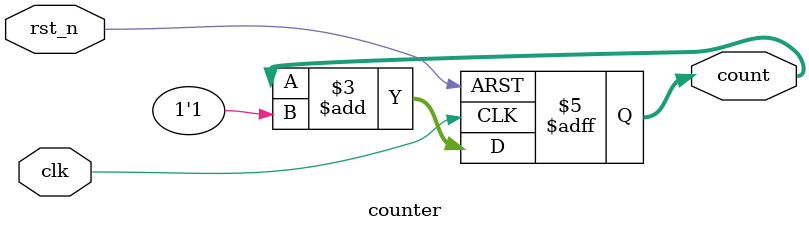
<source format=sv>
`timescale 1ns/1ps

module counter (
    input  logic       clk,
    input  logic       rst_n,  // Active low reset
    output logic [3:0] count
);

    // 這裡就是硬體行為：正緣觸發，非同步重置
    always_ff @(posedge clk or negedge rst_n) begin
        if (!rst_n) begin
            count <= 4'd0;
        end else begin
            count <= count + 1'b1;
        end
    end

    // --- 波形錄製設定 (為了讓你看見結果) ---
    initial begin
        $dumpfile("counter.vcd"); // 產生的檔案名稱
        $dumpvars(0, counter);    // 記錄這個模組內的所有訊號
    end

endmodule
</source>
